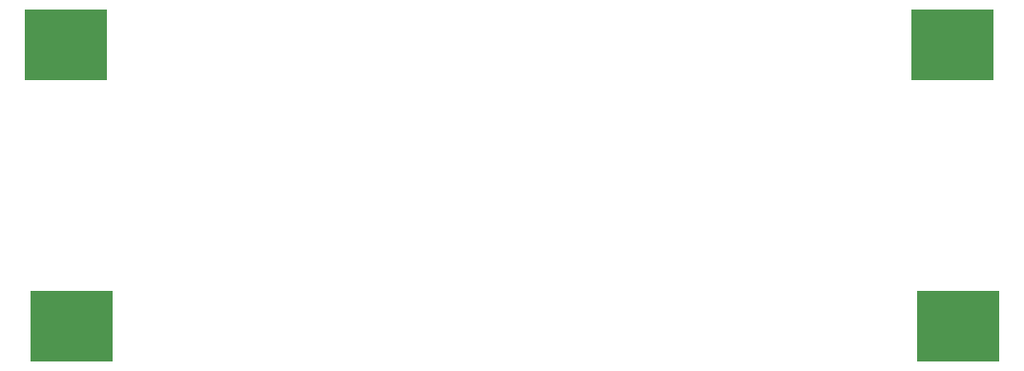
<source format=gbp>
%TF.GenerationSoftware,KiCad,Pcbnew,8.0.5*%
%TF.CreationDate,2025-02-14T12:54:28+01:00*%
%TF.ProjectId,main_board,6d61696e-5f62-46f6-9172-642e6b696361,rev?*%
%TF.SameCoordinates,Original*%
%TF.FileFunction,Paste,Bot*%
%TF.FilePolarity,Positive*%
%FSLAX46Y46*%
G04 Gerber Fmt 4.6, Leading zero omitted, Abs format (unit mm)*
G04 Created by KiCad (PCBNEW 8.0.5) date 2025-02-14 12:54:28*
%MOMM*%
%LPD*%
G01*
G04 APERTURE LIST*
%ADD10R,7.340000X6.350000*%
G04 APERTURE END LIST*
D10*
%TO.C,BT2*%
X189330000Y-65000000D03*
X110670000Y-65000000D03*
%TD*%
%TO.C,BT1*%
X111170000Y-90000000D03*
X189830000Y-90000000D03*
%TD*%
M02*

</source>
